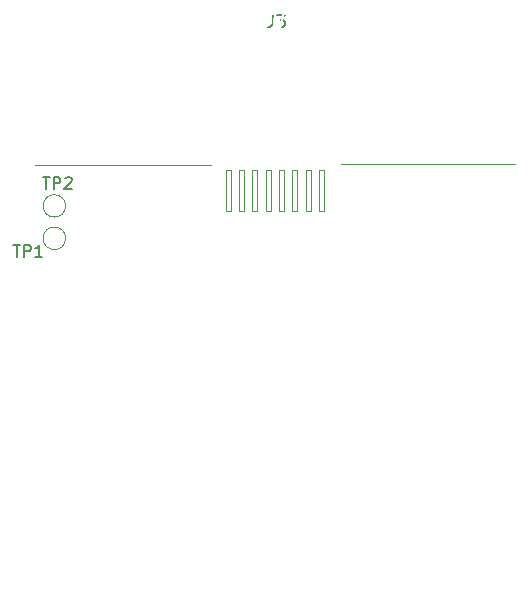
<source format=gto>
G04 #@! TF.GenerationSoftware,KiCad,Pcbnew,8.0.4*
G04 #@! TF.CreationDate,2025-03-19T09:33:49+11:00*
G04 #@! TF.ProjectId,nokia,6e6f6b69-612e-46b6-9963-61645f706362,rev?*
G04 #@! TF.SameCoordinates,Original*
G04 #@! TF.FileFunction,Legend,Top*
G04 #@! TF.FilePolarity,Positive*
%FSLAX46Y46*%
G04 Gerber Fmt 4.6, Leading zero omitted, Abs format (unit mm)*
G04 Created by KiCad (PCBNEW 8.0.4) date 2025-03-19 09:33:49*
%MOMM*%
%LPD*%
G01*
G04 APERTURE LIST*
G04 Aperture macros list*
%AMRoundRect*
0 Rectangle with rounded corners*
0 $1 Rounding radius*
0 $2 $3 $4 $5 $6 $7 $8 $9 X,Y pos of 4 corners*
0 Add a 4 corners polygon primitive as box body*
4,1,4,$2,$3,$4,$5,$6,$7,$8,$9,$2,$3,0*
0 Add four circle primitives for the rounded corners*
1,1,$1+$1,$2,$3*
1,1,$1+$1,$4,$5*
1,1,$1+$1,$6,$7*
1,1,$1+$1,$8,$9*
0 Add four rect primitives between the rounded corners*
20,1,$1+$1,$2,$3,$4,$5,0*
20,1,$1+$1,$4,$5,$6,$7,0*
20,1,$1+$1,$6,$7,$8,$9,0*
20,1,$1+$1,$8,$9,$2,$3,0*%
%AMFreePoly0*
4,1,91,0.468453,4.455718,0.772542,4.377641,1.064448,4.262068,1.339567,4.110820,1.593560,3.926283,1.822422,3.711368,2.022542,3.469463,2.190767,3.204384,2.324441,2.920311,2.421458,2.621725,2.480287,2.313333,2.500000,2.000000,2.480287,1.686667,2.421458,1.378275,2.324441,1.079689,2.190767,0.795616,2.022542,0.530537,1.822422,0.288632,1.593560,0.073717,1.339567,-0.110820,
1.064448,-0.262068,0.772542,-0.377641,0.468453,-0.455718,0.156976,-0.495067,-0.156976,-0.495067,-0.468453,-0.455718,-0.772542,-0.377641,-1.064448,-0.262068,-1.339567,-0.110820,-1.593560,0.073717,-1.822422,0.288632,-2.022542,0.530537,-2.190767,0.795616,-2.324441,1.079689,-2.421458,1.378275,-2.480287,1.686667,-2.500000,2.000000,-1.505141,2.000000,-1.484613,1.752262,-1.423588,1.511282,
-1.323732,1.283632,-1.187768,1.075523,-1.019404,0.892632,-0.823234,0.739946,-0.604608,0.621632,-0.369490,0.540916,-0.124294,0.500000,0.124294,0.500000,0.369490,0.540916,0.604608,0.621632,0.823234,0.739946,1.019404,0.892632,1.187768,1.075523,1.323732,1.283632,1.423588,1.511282,1.484613,1.752262,1.505141,2.000000,1.484613,2.247738,1.423588,2.488718,1.323732,2.716368,
1.187768,2.924477,1.019404,3.107368,0.823234,3.260054,0.604608,3.378368,0.369490,3.459084,0.124294,3.500000,-0.124294,3.500000,-0.369490,3.459084,-0.604608,3.378368,-0.823234,3.260054,-1.019404,3.107368,-1.187768,2.924477,-1.323732,2.716368,-1.423588,2.488718,-1.484613,2.247738,-1.505141,2.000000,-2.500000,2.000000,-2.480287,2.313333,-2.421458,2.621725,-2.324441,2.920311,
-2.190767,3.204384,-2.022542,3.469463,-1.822422,3.711368,-1.593560,3.926283,-1.339567,4.110820,-1.064448,4.262068,-0.772542,4.377641,-0.468453,4.455718,-0.156976,4.495067,0.156976,4.495067,0.468453,4.455718,0.468453,4.455718,$1*%
%AMFreePoly1*
4,1,35,0.301029,1.058008,0.490312,0.984680,0.662898,0.877819,0.812910,0.741065,0.935239,0.579075,1.025719,0.397366,1.081270,0.202124,1.100000,0.000000,1.081270,-0.202124,1.025719,-0.397366,0.935239,-0.579075,0.812910,-0.741065,0.662898,-0.877819,0.490312,-0.984680,0.301029,-1.058008,0.101495,-1.095308,-0.101495,-1.095308,-0.301029,-1.058008,-0.490312,-0.984680,-0.662898,-0.877819,
-0.812910,-0.741065,-0.935239,-0.579075,-1.025719,-0.397366,-1.081270,-0.202124,-1.100000,0.000000,-1.081270,0.202124,-1.025719,0.397366,-0.935239,0.579075,-0.812910,0.741065,-0.662898,0.877819,-0.490312,0.984680,-0.301029,1.058008,-0.101495,1.095308,0.101495,1.095308,0.301029,1.058008,0.301029,1.058008,$1*%
%AMFreePoly2*
4,1,31,0.366592,0.855951,0.538477,0.779423,0.690695,0.668830,0.816592,0.529007,0.910668,0.366063,0.968810,0.187121,0.988477,0.000000,0.968810,-0.187121,0.910668,-0.366063,0.816592,-0.529007,0.690695,-0.668830,0.538477,-0.779423,0.366592,-0.855951,0.182553,-0.895070,-0.005599,-0.895070,-0.189638,-0.855951,-0.361523,-0.779423,-0.513741,-0.668830,-0.639638,-0.529007,-0.733714,-0.366063,
-0.791856,-0.187121,-0.811523,0.000000,-0.791856,0.187121,-0.733714,0.366063,-0.639638,0.529007,-0.513741,0.668830,-0.361523,0.779423,-0.189638,0.855951,-0.005599,0.895070,0.182553,0.895070,0.366592,0.855951,0.366592,0.855951,$1*%
%AMFreePoly3*
4,1,87,0.393710,0.679994,0.693720,0.620318,0.983374,0.521994,1.257716,0.386703,1.512052,0.216761,1.742031,0.015076,1.943716,-0.214903,2.113658,-0.469239,2.248949,-0.743581,2.347273,-1.033235,2.406949,-1.333245,2.426955,-1.638478,2.406949,-1.943711,2.347273,-2.243721,2.248949,-2.533375,2.113658,-2.807717,1.943716,-3.062053,1.742031,-3.292032,1.512052,-3.493717,1.257716,-3.663659,
0.983374,-3.798950,0.693720,-3.897274,0.393710,-3.956950,0.088477,-3.976956,-0.216756,-3.956950,-0.516766,-3.897274,-0.806420,-3.798950,-1.080762,-3.663659,-1.335098,-3.493717,-1.565077,-3.292032,-1.766762,-3.062053,-1.936704,-2.807717,-2.071995,-2.533375,-2.170319,-2.243721,-2.229995,-1.943711,-2.250001,-1.638478,-1.255114,-1.638478,-1.234702,-1.871790,-1.174086,-2.098013,-1.075107,-2.310274,
-0.940773,-2.502122,-0.775167,-2.667728,-0.583319,-2.802062,-0.371058,-2.901041,-0.144835,-2.961657,0.088477,-2.982069,0.321789,-2.961657,0.548012,-2.901041,0.760273,-2.802062,0.952121,-2.667728,1.117727,-2.502122,1.252061,-2.310274,1.351040,-2.098013,1.411656,-1.871790,1.432068,-1.638478,1.411656,-1.405166,1.351040,-1.178943,1.252061,-0.966683,1.117727,-0.774834,0.952121,-0.609228,
0.760273,-0.474894,0.548012,-0.375915,0.321789,-0.315299,0.088477,-0.294887,-0.144835,-0.315299,-0.371058,-0.375915,-0.583318,-0.474894,-0.775167,-0.609228,-0.940773,-0.774834,-1.075107,-0.966683,-1.174086,-1.178943,-1.234702,-1.405166,-1.255114,-1.638478,-2.250001,-1.638478,-2.229995,-1.333245,-2.170319,-1.033235,-2.071995,-0.743581,-1.936704,-0.469239,-1.766762,-0.214903,-1.565077,0.015076,
-1.335098,0.216761,-1.080762,0.386703,-0.806420,0.521994,-0.516766,0.620318,-0.216756,0.679994,0.088477,0.700000,0.393710,0.679994,0.393710,0.679994,$1*%
G04 Aperture macros list end*
%ADD10C,0.100000*%
%ADD11C,0.150000*%
%ADD12C,0.120000*%
%ADD13C,0.600000*%
%ADD14FreePoly0,0.000000*%
%ADD15FreePoly1,0.000000*%
%ADD16FreePoly2,0.000000*%
%ADD17FreePoly3,0.000000*%
%ADD18RoundRect,0.025000X-0.225000X-1.775000X0.225000X-1.775000X0.225000X1.775000X-0.225000X1.775000X0*%
%ADD19C,1.500000*%
G04 APERTURE END LIST*
D10*
X62825000Y-72775000D02*
X59900000Y-72775000D01*
X22175000Y-72775000D02*
X25500000Y-72775000D01*
X62775000Y-36975000D02*
X48000000Y-36975000D01*
X22150000Y-37000000D02*
X37000000Y-37000000D01*
D11*
X42255143Y-24354819D02*
X42255143Y-25069104D01*
X42255143Y-25069104D02*
X42207524Y-25211961D01*
X42207524Y-25211961D02*
X42112286Y-25307200D01*
X42112286Y-25307200D02*
X41969429Y-25354819D01*
X41969429Y-25354819D02*
X41874191Y-25354819D01*
X42636096Y-24354819D02*
X43255143Y-24354819D01*
X43255143Y-24354819D02*
X42921810Y-24735771D01*
X42921810Y-24735771D02*
X43064667Y-24735771D01*
X43064667Y-24735771D02*
X43159905Y-24783390D01*
X43159905Y-24783390D02*
X43207524Y-24831009D01*
X43207524Y-24831009D02*
X43255143Y-24926247D01*
X43255143Y-24926247D02*
X43255143Y-25164342D01*
X43255143Y-25164342D02*
X43207524Y-25259580D01*
X43207524Y-25259580D02*
X43159905Y-25307200D01*
X43159905Y-25307200D02*
X43064667Y-25354819D01*
X43064667Y-25354819D02*
X42778953Y-25354819D01*
X42778953Y-25354819D02*
X42683715Y-25307200D01*
X42683715Y-25307200D02*
X42636096Y-25259580D01*
X20288095Y-43804819D02*
X20859523Y-43804819D01*
X20573809Y-44804819D02*
X20573809Y-43804819D01*
X21192857Y-44804819D02*
X21192857Y-43804819D01*
X21192857Y-43804819D02*
X21573809Y-43804819D01*
X21573809Y-43804819D02*
X21669047Y-43852438D01*
X21669047Y-43852438D02*
X21716666Y-43900057D01*
X21716666Y-43900057D02*
X21764285Y-43995295D01*
X21764285Y-43995295D02*
X21764285Y-44138152D01*
X21764285Y-44138152D02*
X21716666Y-44233390D01*
X21716666Y-44233390D02*
X21669047Y-44281009D01*
X21669047Y-44281009D02*
X21573809Y-44328628D01*
X21573809Y-44328628D02*
X21192857Y-44328628D01*
X22716666Y-44804819D02*
X22145238Y-44804819D01*
X22430952Y-44804819D02*
X22430952Y-43804819D01*
X22430952Y-43804819D02*
X22335714Y-43947676D01*
X22335714Y-43947676D02*
X22240476Y-44042914D01*
X22240476Y-44042914D02*
X22145238Y-44090533D01*
X22788095Y-38054819D02*
X23359523Y-38054819D01*
X23073809Y-39054819D02*
X23073809Y-38054819D01*
X23692857Y-39054819D02*
X23692857Y-38054819D01*
X23692857Y-38054819D02*
X24073809Y-38054819D01*
X24073809Y-38054819D02*
X24169047Y-38102438D01*
X24169047Y-38102438D02*
X24216666Y-38150057D01*
X24216666Y-38150057D02*
X24264285Y-38245295D01*
X24264285Y-38245295D02*
X24264285Y-38388152D01*
X24264285Y-38388152D02*
X24216666Y-38483390D01*
X24216666Y-38483390D02*
X24169047Y-38531009D01*
X24169047Y-38531009D02*
X24073809Y-38578628D01*
X24073809Y-38578628D02*
X23692857Y-38578628D01*
X24645238Y-38150057D02*
X24692857Y-38102438D01*
X24692857Y-38102438D02*
X24788095Y-38054819D01*
X24788095Y-38054819D02*
X25026190Y-38054819D01*
X25026190Y-38054819D02*
X25121428Y-38102438D01*
X25121428Y-38102438D02*
X25169047Y-38150057D01*
X25169047Y-38150057D02*
X25216666Y-38245295D01*
X25216666Y-38245295D02*
X25216666Y-38340533D01*
X25216666Y-38340533D02*
X25169047Y-38483390D01*
X25169047Y-38483390D02*
X24597619Y-39054819D01*
X24597619Y-39054819D02*
X25216666Y-39054819D01*
D12*
X24700000Y-43250000D02*
G75*
G02*
X22800000Y-43250000I-950000J0D01*
G01*
X22800000Y-43250000D02*
G75*
G02*
X24700000Y-43250000I950000J0D01*
G01*
X24700000Y-40500000D02*
G75*
G02*
X22800000Y-40500000I-950000J0D01*
G01*
X22800000Y-40500000D02*
G75*
G02*
X24700000Y-40500000I950000J0D01*
G01*
%LPC*%
D13*
X41363167Y-61333333D03*
X42496500Y-61333333D03*
X43629833Y-61333333D03*
X41363167Y-60200000D03*
X42496500Y-60200000D03*
X43629833Y-60200000D03*
X41363167Y-59066667D03*
X42496500Y-59066667D03*
X43629833Y-59066667D03*
D14*
X56270000Y-82275000D03*
D15*
X56270000Y-80275000D03*
D14*
X49500000Y-87500000D03*
D15*
X49500000Y-85500000D03*
D14*
X29520000Y-110927384D03*
D15*
X29520000Y-108927384D03*
D14*
X42520000Y-112975000D03*
D15*
X42520000Y-110975000D03*
D14*
X30550000Y-83700000D03*
D15*
X30550000Y-81700000D03*
D14*
X30020000Y-118975000D03*
D15*
X30020000Y-116975000D03*
D14*
X42520000Y-79750000D03*
D15*
X42520000Y-77750000D03*
D14*
X56270000Y-94975000D03*
D15*
X56270000Y-92975000D03*
D14*
X42520000Y-104725000D03*
D15*
X42520000Y-102725000D03*
D16*
X42500000Y-28000000D03*
D17*
X42500000Y-26361522D03*
D18*
X46410000Y-39200000D03*
X45280000Y-39200000D03*
X44150000Y-39200000D03*
X43020000Y-39200000D03*
X41890000Y-39200000D03*
X40760000Y-39200000D03*
X39630000Y-39200000D03*
X38500000Y-39200000D03*
D14*
X42520000Y-96725000D03*
D15*
X42520000Y-94725000D03*
D19*
X23750000Y-43250000D03*
D14*
X55270000Y-103225000D03*
D15*
X55270000Y-101225000D03*
D14*
X55520000Y-110975000D03*
D15*
X55520000Y-108975000D03*
D14*
X28520000Y-94975000D03*
D15*
X28520000Y-92975000D03*
D14*
X42520000Y-120975000D03*
D15*
X42520000Y-118975000D03*
D14*
X29770000Y-103225000D03*
D15*
X29770000Y-101225000D03*
D14*
X55020000Y-118975000D03*
D15*
X55020000Y-116975000D03*
D19*
X23750000Y-40500000D03*
%LPD*%
M02*

</source>
